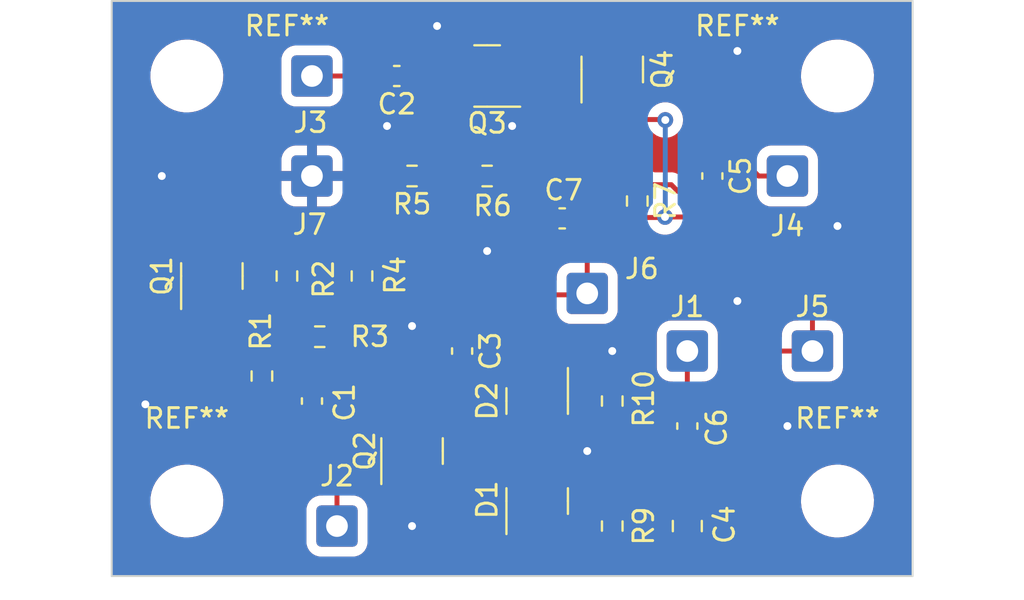
<source format=kicad_pcb>
(kicad_pcb (version 20221018) (generator pcbnew)
  (layers (0 "F.Cu" signal) (31 "B.Cu" signal) (34 "B.Paste" user) (35 "F.Paste" user) (36 "B.SilkS" user "B.Silkscreen") (37 "F.SilkS" user "F.Silkscreen") (38 "B.Mask" user) (39 "F.Mask" user) (44 "Edge.Cuts" user))
  (net 0 "")
  (net 1 "Net-(J2-Pin_1)")
  (net 2 "Net-(Q1-G)")
  (net 3 "Net-(Q3-D)")
  (net 4 "Net-(J3-Pin_1)")
  (net 5 "Net-(Q1-D)")
  (net 6 "Net-(C3-Pad2)")
  (net 7 "GNDD")
  (net 8 "Net-(J5-Pin_1)")
  (net 9 "Net-(J4-Pin_1)")
  (net 10 "Net-(Q3-S)")
  (net 11 "Net-(J1-Pin_1)")
  (net 12 "Net-(J6-Pin_1)")
  (net 14 "Net-(Q3-G)")
  (net 15 "Net-(Q2-D)")
  (footprint "Connector_Wire:SolderWire-0.5sqmm_1x01_D0.9mm_OD2.1mm" (layer "F.Cu") (at 49.53 90.17)
    (fp_text reference "J2" (at 0 -2.54) (layer "F.SilkS"))
    (fp_text value "Conn_01x01_Pin" hide)
    (pad "1" thru_hole roundrect (at 0 0) (size 2.1 2.1) (drill 1.1) (layers "*.Cu" "*.Mask") (roundrect_rratio 0.119048) (net 1 "Net-(J2-Pin_1)"))
  )
  (footprint "Resistor_SMD:R_0603_1608Metric" (layer "F.Cu") (at 46.99 77.47 -90)
    (fp_text reference "R2" (at 0.162187 -1.859153 90) (layer "F.SilkS"))
    (fp_text value "1k")
    (fp_line (start -0.237258 -0.5225) (end 0.237258 -0.5225) (stroke (width 0.12)) (layer "F.SilkS"))
    (fp_line (start -0.237258 0.5225) (end 0.237258 0.5225) (stroke (width 0.12)) (layer "F.SilkS"))
    (pad "1" smd roundrect (at -0.825 0 270) (size 0.8 0.95) (layers "F.Cu" "F.Paste" "F.Mask") (net 12 "Net-(J6-Pin_1)"))
    (pad "2" smd roundrect (at 0.825 0 270) (size 0.8 0.95) (layers "F.Cu" "F.Paste" "F.Mask") (net 5 "Net-(Q1-D)"))
  )
  (footprint "Resistor_SMD:R_0603_1608Metric" (layer "F.Cu") (at 57.15 72.39)
    (fp_text reference "R6" (at 0.278132 1.514275) (layer "F.SilkS"))
    (fp_text value "100k")
    (fp_line (start -0.237258 -0.5225) (end 0.237258 -0.5225) (stroke (width 0.12)) (layer "F.SilkS"))
    (fp_line (start -0.237258 0.5225) (end 0.237258 0.5225) (stroke (width 0.12)) (layer "F.SilkS"))
    (pad "1" smd roundrect (at -0.825 0) (size 0.8 0.95) (layers "F.Cu" "F.Paste" "F.Mask") (net 14 "Net-(Q3-G)"))
    (pad "2" smd roundrect (at 0.825 0) (size 0.8 0.95) (layers "F.Cu" "F.Paste" "F.Mask") (net 7 "GNDD"))
  )
  (footprint "MountingHole:MountingHole_3.2mm_M3" (layer "F.Cu") (at 41.91 88.9)
    (fp_text reference "REF**" (at 0 -4.2) (layer "F.SilkS"))
    (fp_text value "MountingHole_3.2mm_M3")
    (pad "" np_thru_hole circle (at 0 0) (size 3.2 3.2) (drill 3.2) (layers "*.Cu" "*.Mask"))
  )
  (footprint "Resistor_SMD:R_0603_1608Metric" (layer "F.Cu") (at 63.5 83.82 90)
    (fp_text reference "R10" (at 0.119888 1.59454 90) (layer "F.SilkS"))
    (fp_text value "10k")
    (fp_line (start -0.237258 -0.5225) (end 0.237258 -0.5225) (stroke (width 0.12)) (layer "F.SilkS"))
    (fp_line (start -0.237258 0.5225) (end 0.237258 0.5225) (stroke (width 0.12)) (layer "F.SilkS"))
    (pad "1" smd roundrect (at -0.825 0 90) (size 0.8 0.95) (layers "F.Cu" "F.Paste" "F.Mask") (net 7 "GNDD"))
    (pad "2" smd roundrect (at 0.825 0 90) (size 0.8 0.95) (layers "F.Cu" "F.Paste" "F.Mask") (net 11 "Net-(J1-Pin_1)"))
  )
  (footprint "Package_TO_SOT_SMD:SOT-23" (layer "F.Cu") (at 63.5 66.9775 90)
    (fp_text reference "Q4" (at 0 2.54 90) (layer "F.SilkS"))
    (fp_text value "2N7002")
    (fp_line (start 0 -1.56) (end -1.675 -1.56) (stroke (width 0.12)) (layer "F.SilkS"))
    (fp_line (start 0 -1.56) (end 0.65 -1.56) (stroke (width 0.12)) (layer "F.SilkS"))
    (fp_line (start 0 1.56) (end -0.65 1.56) (stroke (width 0.12)) (layer "F.SilkS"))
    (fp_line (start 0 1.56) (end 0.65 1.56) (stroke (width 0.12)) (layer "F.SilkS"))
    (pad "1" smd roundrect (at -0.9375 -0.95 90) (size 1.475 0.6) (layers "F.Cu" "F.Paste" "F.Mask") (net 8 "Net-(J5-Pin_1)"))
    (pad "2" smd roundrect (at -0.9375 0.95 90) (size 1.475 0.6) (layers "F.Cu" "F.Paste" "F.Mask") (net 7 "GNDD"))
    (pad "3" smd roundrect (at 0.9375 0 90) (size 1.475 0.6) (layers "F.Cu" "F.Paste" "F.Mask") (net 9 "Net-(J4-Pin_1)"))
  )
  (footprint "Resistor_SMD:R_0603_1608Metric" (layer "F.Cu") (at 48.655421 80.551701)
    (fp_text reference "R3" (at 2.54 0) (layer "F.SilkS"))
    (fp_text value "10k")
    (fp_line (start -0.237258 -0.5225) (end 0.237258 -0.5225) (stroke (width 0.12)) (layer "F.SilkS"))
    (fp_line (start -0.237258 0.5225) (end 0.237258 0.5225) (stroke (width 0.12)) (layer "F.SilkS"))
    (pad "1" smd roundrect (at -0.825 0) (size 0.8 0.95) (layers "F.Cu" "F.Paste" "F.Mask") (net 5 "Net-(Q1-D)"))
    (pad "2" smd roundrect (at 0.825 0) (size 0.8 0.95) (layers "F.Cu" "F.Paste" "F.Mask") (net 15 "Net-(Q2-D)"))
  )
  (footprint "Capacitor_SMD:C_0603_1608Metric" (layer "F.Cu") (at 48.26 83.82 90)
    (fp_text reference "C1" (at -0.070191 1.649861 90) (layer "F.SilkS"))
    (fp_text value "100n")
    (fp_line (start -0.14058 -0.51) (end 0.14058 -0.51) (stroke (width 0.12)) (layer "F.SilkS"))
    (fp_line (start -0.14058 0.51) (end 0.14058 0.51) (stroke (width 0.12)) (layer "F.SilkS"))
    (pad "1" smd roundrect (at -0.775 0 90) (size 0.9 0.95) (layers "F.Cu" "F.Paste" "F.Mask") (net 1 "Net-(J2-Pin_1)"))
    (pad "2" smd roundrect (at 0.775 0 90) (size 0.9 0.95) (layers "F.Cu" "F.Paste" "F.Mask") (net 2 "Net-(Q1-G)"))
  )
  (footprint "Resistor_SMD:R_0603_1608Metric" (layer "F.Cu") (at 53.34 72.39 180)
    (fp_text reference "R5" (at 0 -1.43) (layer "F.SilkS"))
    (fp_text value "100k")
    (fp_line (start -0.237258 -0.5225) (end 0.237258 -0.5225) (stroke (width 0.12)) (layer "F.SilkS"))
    (fp_line (start -0.237258 0.5225) (end 0.237258 0.5225) (stroke (width 0.12)) (layer "F.SilkS"))
    (pad "1" smd roundrect (at -0.825 0 180) (size 0.8 0.95) (layers "F.Cu" "F.Paste" "F.Mask") (net 14 "Net-(Q3-G)"))
    (pad "2" smd roundrect (at 0.825 0 180) (size 0.8 0.95) (layers "F.Cu" "F.Paste" "F.Mask") (net 12 "Net-(J6-Pin_1)"))
  )
  (footprint "Capacitor_SMD:C_0603_1608Metric" (layer "F.Cu") (at 68.58 72.39 -90)
    (fp_text reference "C5" (at 0 -1.43 90) (layer "F.SilkS"))
    (fp_text value "10n")
    (fp_line (start -0.14058 -0.51) (end 0.14058 -0.51) (stroke (width 0.12)) (layer "F.SilkS"))
    (fp_line (start -0.14058 0.51) (end 0.14058 0.51) (stroke (width 0.12)) (layer "F.SilkS"))
    (pad "1" smd roundrect (at -0.775 0 270) (size 0.9 0.95) (layers "F.Cu" "F.Paste" "F.Mask") (net 9 "Net-(J4-Pin_1)"))
    (pad "2" smd roundrect (at 0.775 0 270) (size 0.9 0.95) (layers "F.Cu" "F.Paste" "F.Mask") (net 10 "Net-(Q3-S)"))
  )
  (footprint "Resistor_SMD:R_0603_1608Metric" (layer "F.Cu") (at 63.5 90.17 -90)
    (fp_text reference "R9" (at -0.002251 -1.59454 90) (layer "F.SilkS"))
    (fp_text value "100k")
    (fp_line (start -0.237258 -0.5225) (end 0.237258 -0.5225) (stroke (width 0.12)) (layer "F.SilkS"))
    (fp_line (start -0.237258 0.5225) (end 0.237258 0.5225) (stroke (width 0.12)) (layer "F.SilkS"))
    (pad "1" smd roundrect (at -0.825 0 270) (size 0.8 0.95) (layers "F.Cu" "F.Paste" "F.Mask") (net 8 "Net-(J5-Pin_1)"))
    (pad "2" smd roundrect (at 0.825 0 270) (size 0.8 0.95) (layers "F.Cu" "F.Paste" "F.Mask") (net 7 "GNDD"))
  )
  (footprint "Capacitor_SMD:C_0603_1608Metric" (layer "F.Cu") (at 55.88 81.28 -90)
    (fp_text reference "C3" (at 0 -1.43 90) (layer "F.SilkS"))
    (fp_text value "100n")
    (fp_line (start -0.14058 -0.51) (end 0.14058 -0.51) (stroke (width 0.12)) (layer "F.SilkS"))
    (fp_line (start -0.14058 0.51) (end 0.14058 0.51) (stroke (width 0.12)) (layer "F.SilkS"))
    (pad "1" smd roundrect (at -0.775 0 270) (size 0.9 0.95) (layers "F.Cu" "F.Paste" "F.Mask") (net 15 "Net-(Q2-D)"))
    (pad "2" smd roundrect (at 0.775 0 270) (size 0.9 0.95) (layers "F.Cu" "F.Paste" "F.Mask") (net 6 "Net-(C3-Pad2)"))
  )
  (footprint "Package_TO_SOT_SMD:SOT-23" (layer "F.Cu") (at 59.69 83.82 -90)
    (fp_text reference "D2" (at 0 2.54 90) (layer "F.SilkS"))
    (fp_text value "BAT54A")
    (fp_line (start 0 -1.56) (end -1.675 -1.56) (stroke (width 0.12)) (layer "F.SilkS"))
    (fp_line (start 0 -1.56) (end 0.65 -1.56) (stroke (width 0.12)) (layer "F.SilkS"))
    (fp_line (start 0 1.56) (end -0.65 1.56) (stroke (width 0.12)) (layer "F.SilkS"))
    (fp_line (start 0 1.56) (end 0.65 1.56) (stroke (width 0.12)) (layer "F.SilkS"))
    (pad "1" smd roundrect (at -0.9375 -0.95 270) (size 1.475 0.6) (layers "F.Cu" "F.Paste" "F.Mask") (net 11 "Net-(J1-Pin_1)"))
    (pad "2" smd roundrect (at -0.9375 0.95 270) (size 1.475 0.6) (layers "F.Cu" "F.Paste" "F.Mask"))
    (pad "3" smd roundrect (at 0.9375 0 270) (size 1.475 0.6) (layers "F.Cu" "F.Paste" "F.Mask") (net 6 "Net-(C3-Pad2)"))
  )
  (footprint "Connector_Wire:SolderWire-0.5sqmm_1x01_D0.9mm_OD2.1mm" (layer "F.Cu") (at 48.26 67.31)
    (fp_text reference "J3" (at -0.074433 2.366324) (layer "F.SilkS"))
    (fp_text value "Conn_01x01_Pin" hide)
    (pad "1" thru_hole roundrect (at 0 0) (size 2.1 2.1) (drill 1.1) (layers "*.Cu" "*.Mask") (roundrect_rratio 0.119048) (net 4 "Net-(J3-Pin_1)"))
  )
  (footprint "Package_TO_SOT_SMD:SOT-23" (layer "F.Cu") (at 57.15 67.31 180)
    (fp_text reference "Q3" (at 0 -2.4) (layer "F.SilkS"))
    (fp_text value "2N7002")
    (fp_line (start 0 -1.56) (end -1.675 -1.56) (stroke (width 0.12)) (layer "F.SilkS"))
    (fp_line (start 0 -1.56) (end 0.65 -1.56) (stroke (width 0.12)) (layer "F.SilkS"))
    (fp_line (start 0 1.56) (end -0.65 1.56) (stroke (width 0.12)) (layer "F.SilkS"))
    (fp_line (start 0 1.56) (end 0.65 1.56) (stroke (width 0.12)) (layer "F.SilkS"))
    (pad "1" smd roundrect (at -0.9375 -0.95 180) (size 1.475 0.6) (layers "F.Cu" "F.Paste" "F.Mask") (net 14 "Net-(Q3-G)"))
    (pad "2" smd roundrect (at -0.9375 0.95 180) (size 1.475 0.6) (layers "F.Cu" "F.Paste" "F.Mask") (net 10 "Net-(Q3-S)"))
    (pad "3" smd roundrect (at 0.9375 0 180) (size 1.475 0.6) (layers "F.Cu" "F.Paste" "F.Mask") (net 3 "Net-(Q3-D)"))
  )
  (footprint "Connector_Wire:SolderWire-0.5sqmm_1x01_D0.9mm_OD2.1mm" (layer "F.Cu") (at 67.31 81.28)
    (fp_text reference "J1" (at 0 -2.25) (layer "F.SilkS"))
    (fp_text value "Conn_01x01_Pin" hide)
    (pad "1" thru_hole roundrect (at 0 0) (size 2.1 2.1) (drill 1.1) (layers "*.Cu" "*.Mask") (roundrect_rratio 0.119048) (net 11 "Net-(J1-Pin_1)"))
  )
  (footprint "Resistor_SMD:R_0603_1608Metric" (layer "F.Cu") (at 50.8 77.47 90)
    (fp_text reference "R4" (at 0.0394 1.677724 90) (layer "F.SilkS"))
    (fp_text value "1k")
    (fp_line (start -0.237258 -0.5225) (end 0.237258 -0.5225) (stroke (width 0.12)) (layer "F.SilkS"))
    (fp_line (start -0.237258 0.5225) (end 0.237258 0.5225) (stroke (width 0.12)) (layer "F.SilkS"))
    (pad "1" smd roundrect (at -0.825 0 90) (size 0.8 0.95) (layers "F.Cu" "F.Paste" "F.Mask") (net 15 "Net-(Q2-D)"))
    (pad "2" smd roundrect (at 0.825 0 90) (size 0.8 0.95) (layers "F.Cu" "F.Paste" "F.Mask") (net 12 "Net-(J6-Pin_1)"))
  )
  (footprint "Resistor_SMD:R_0603_1608Metric" (layer "F.Cu") (at 45.72 82.55 -90)
    (fp_text reference "R1" (at -2.277066 0.064444 90) (layer "F.SilkS"))
    (fp_text value "100k")
    (fp_line (start -0.237258 -0.5225) (end 0.237258 -0.5225) (stroke (width 0.12)) (layer "F.SilkS"))
    (fp_line (start -0.237258 0.5225) (end 0.237258 0.5225) (stroke (width 0.12)) (layer "F.SilkS"))
    (pad "1" smd roundrect (at -0.825 0 270) (size 0.8 0.95) (layers "F.Cu" "F.Paste" "F.Mask") (net 5 "Net-(Q1-D)"))
    (pad "2" smd roundrect (at 0.825 0 270) (size 0.8 0.95) (layers "F.Cu" "F.Paste" "F.Mask") (net 2 "Net-(Q1-G)"))
  )
  (footprint "Capacitor_SMD:C_0805_2012Metric" (layer "F.Cu") (at 67.31 90.17 90)
    (fp_text reference "C4" (at 0.070105 1.882938 90) (layer "F.SilkS"))
    (fp_text value "1u")
    (fp_line (start -0.261252 -0.735) (end 0.261252 -0.735) (stroke (width 0.12)) (layer "F.SilkS"))
    (fp_line (start -0.261252 0.735) (end 0.261252 0.735) (stroke (width 0.12)) (layer "F.SilkS"))
    (pad "1" smd roundrect (at -0.95 0 90) (size 1 1.45) (layers "F.Cu" "F.Paste" "F.Mask") (net 7 "GNDD"))
    (pad "2" smd roundrect (at 0.95 0 90) (size 1 1.45) (layers "F.Cu" "F.Paste" "F.Mask") (net 8 "Net-(J5-Pin_1)"))
  )
  (footprint "MountingHole:MountingHole_3.2mm_M3" (layer "F.Cu") (at 74.93 67.31)
    (fp_text reference "REF**" (at -5.08 -2.54) (layer "F.SilkS"))
    (fp_text value "MountingHole_3.2mm_M3")
    (pad "" np_thru_hole circle (at 0 0) (size 3.2 3.2) (drill 3.2) (layers "*.Cu" "*.Mask"))
  )
  (footprint "Capacitor_SMD:C_0603_1608Metric" (layer "F.Cu") (at 60.96 74.542685 180)
    (fp_text reference "C7" (at -0.071194 1.432305) (layer "F.SilkS"))
    (fp_text value "100n")
    (fp_line (start -0.14058 -0.51) (end 0.14058 -0.51) (stroke (width 0.12)) (layer "F.SilkS"))
    (fp_line (start -0.14058 0.51) (end 0.14058 0.51) (stroke (width 0.12)) (layer "F.SilkS"))
    (pad "1" smd roundrect (at -0.775 0 180) (size 0.9 0.95) (layers "F.Cu" "F.Paste" "F.Mask") (net 12 "Net-(J6-Pin_1)"))
    (pad "2" smd roundrect (at 0.775 0 180) (size 0.9 0.95) (layers "F.Cu" "F.Paste" "F.Mask") (net 7 "GNDD"))
  )
  (footprint "Capacitor_SMD:C_0603_1608Metric" (layer "F.Cu") (at 67.31 85.09 90)
    (fp_text reference "C6" (at -0.081477 1.48374 90) (layer "F.SilkS"))
    (fp_text value "10n")
    (fp_line (start -0.14058 -0.51) (end 0.14058 -0.51) (stroke (width 0.12)) (layer "F.SilkS"))
    (fp_line (start -0.14058 0.51) (end 0.14058 0.51) (stroke (width 0.12)) (layer "F.SilkS"))
    (pad "1" smd roundrect (at -0.775 0 90) (size 0.9 0.95) (layers "F.Cu" "F.Paste" "F.Mask") (net 7 "GNDD"))
    (pad "2" smd roundrect (at 0.775 0 90) (size 0.9 0.95) (layers "F.Cu" "F.Paste" "F.Mask") (net 11 "Net-(J1-Pin_1)"))
  )
  (footprint "MountingHole:MountingHole_3.2mm_M3" (layer "F.Cu") (at 74.93 88.9)
    (fp_text reference "REF**" (at 0 -4.2) (layer "F.SilkS"))
    (fp_text value "MountingHole_3.2mm_M3")
    (pad "" np_thru_hole circle (at 0 0) (size 3.2 3.2) (drill 3.2) (layers "*.Cu" "*.Mask"))
  )
  (footprint "Connector_Wire:SolderWire-0.5sqmm_1x01_D0.9mm_OD2.1mm" (layer "F.Cu") (at 62.23 78.352685)
    (fp_text reference "J6" (at 2.771195 -1.248389) (layer "F.SilkS"))
    (fp_text value "Conn_01x01_Pin" hide)
    (pad "1" thru_hole roundrect (at 0 0) (size 2.1 2.1) (drill 1.1) (layers "*.Cu" "*.Mask") (roundrect_rratio 0.119048) (net 12 "Net-(J6-Pin_1)"))
  )
  (footprint "Package_TO_SOT_SMD:SOT-23" (layer "F.Cu") (at 43.18 77.47 90)
    (fp_text reference "Q1" (at 0 -2.54 90) (layer "F.SilkS"))
    (fp_text value "2N7002")
    (fp_line (start 0 -1.56) (end -1.675 -1.56) (stroke (width 0.12)) (layer "F.SilkS"))
    (fp_line (start 0 -1.56) (end 0.65 -1.56) (stroke (width 0.12)) (layer "F.SilkS"))
    (fp_line (start 0 1.56) (end -0.65 1.56) (stroke (width 0.12)) (layer "F.SilkS"))
    (fp_line (start 0 1.56) (end 0.65 1.56) (stroke (width 0.12)) (layer "F.SilkS"))
    (pad "1" smd roundrect (at -0.9375 -0.95 90) (size 1.475 0.6) (layers "F.Cu" "F.Paste" "F.Mask") (net 2 "Net-(Q1-G)"))
    (pad "2" smd roundrect (at -0.9375 0.95 90) (size 1.475 0.6) (layers "F.Cu" "F.Paste" "F.Mask") (net 7 "GNDD"))
    (pad "3" smd roundrect (at 0.9375 0 90) (size 1.475 0.6) (layers "F.Cu" "F.Paste" "F.Mask") (net 5 "Net-(Q1-D)"))
  )
  (footprint "Connector_Wire:SolderWire-0.5sqmm_1x01_D0.9mm_OD2.1mm" (layer "F.Cu") (at 73.66 81.28)
    (fp_text reference "J5" (at 0 -2.25) (layer "F.SilkS"))
    (fp_text value "Conn_01x01_Pin" hide)
    (pad "1" thru_hole roundrect (at 0 0) (size 2.1 2.1) (drill 1.1) (layers "*.Cu" "*.Mask") (roundrect_rratio 0.119048) (net 8 "Net-(J5-Pin_1)"))
  )
  (footprint "Resistor_SMD:R_0603_1608Metric" (layer "F.Cu") (at 64.77 73.66 -90)
    (fp_text reference "R7" (at 0 -1.43 90) (layer "F.SilkS"))
    (fp_text value "100k")
    (fp_line (start -0.237258 -0.5225) (end 0.237258 -0.5225) (stroke (width 0.12)) (layer "F.SilkS"))
    (fp_line (start -0.237258 0.5225) (end 0.237258 0.5225) (stroke (width 0.12)) (layer "F.SilkS"))
    (pad "1" smd roundrect (at -0.825 0 270) (size 0.8 0.95) (layers "F.Cu" "F.Paste" "F.Mask") (net 10 "Net-(Q3-S)"))
    (pad "2" smd roundrect (at 0.825 0 270) (size 0.8 0.95) (layers "F.Cu" "F.Paste" "F.Mask") (net 8 "Net-(J5-Pin_1)"))
  )
  (footprint "Connector_Wire:SolderWire-0.5sqmm_1x01_D0.9mm_OD2.1mm" (layer "F.Cu") (at 72.39 72.39)
    (fp_text reference "J4" (at 0 2.54) (layer "F.SilkS"))
    (fp_text value "Conn_01x01_Pin" hide)
    (pad "1" thru_hole roundrect (at 0 0) (size 2.1 2.1) (drill 1.1) (layers "*.Cu" "*.Mask") (roundrect_rratio 0.119048) (net 9 "Net-(J4-Pin_1)"))
  )
  (footprint "Capacitor_SMD:C_0603_1608Metric" (layer "F.Cu") (at 52.565 67.31 180)
    (fp_text reference "C2" (at 0 -1.43) (layer "F.SilkS"))
    (fp_text value "10n")
    (fp_line (start -0.14058 -0.51) (end 0.14058 -0.51) (stroke (width 0.12)) (layer "F.SilkS"))
    (fp_line (start -0.14058 0.51) (end 0.14058 0.51) (stroke (width 0.12)) (layer "F.SilkS"))
    (pad "1" smd roundrect (at -0.775 0 180) (size 0.9 0.95) (layers "F.Cu" "F.Paste" "F.Mask") (net 3 "Net-(Q3-D)"))
    (pad "2" smd roundrect (at 0.775 0 180) (size 0.9 0.95) (layers "F.Cu" "F.Paste" "F.Mask") (net 4 "Net-(J3-Pin_1)"))
  )
  (footprint "Package_TO_SOT_SMD:SOT-23" (layer "F.Cu") (at 59.69 88.9 90)
    (fp_text reference "D1" (at 0.064392 -2.54 90) (layer "F.SilkS"))
    (fp_text value "BAT54S")
    (fp_line (start 0 -1.56) (end -1.675 -1.56) (stroke (width 0.12)) (layer "F.SilkS"))
    (fp_line (start 0 -1.56) (end 0.65 -1.56) (stroke (width 0.12)) (layer "F.SilkS"))
    (fp_line (start 0 1.56) (end -0.65 1.56) (stroke (width 0.12)) (layer "F.SilkS"))
    (fp_line (start 0 1.56) (end 0.65 1.56) (stroke (width 0.12)) (layer "F.SilkS"))
    (pad "1" smd roundrect (at -0.9375 -0.95 90) (size 1.475 0.6) (layers "F.Cu" "F.Paste" "F.Mask") (net 7 "GNDD"))
    (pad "2" smd roundrect (at -0.9375 0.95 90) (size 1.475 0.6) (layers "F.Cu" "F.Paste" "F.Mask") (net 8 "Net-(J5-Pin_1)"))
    (pad "3" smd roundrect (at 0.9375 0 90) (size 1.475 0.6) (layers "F.Cu" "F.Paste" "F.Mask") (net 6 "Net-(C3-Pad2)"))
  )
  (footprint "Package_TO_SOT_SMD:SOT-23" (layer "F.Cu") (at 53.34 86.36 90)
    (fp_text reference "Q2" (at 0 -2.4 90) (layer "F.SilkS"))
    (fp_text value "2N7002")
    (fp_line (start 0 -1.56) (end -1.675 -1.56) (stroke (width 0.12)) (layer "F.SilkS"))
    (fp_line (start 0 -1.56) (end 0.65 -1.56) (stroke (width 0.12)) (layer "F.SilkS"))
    (fp_line (start 0 1.56) (end -0.65 1.56) (stroke (width 0.12)) (layer "F.SilkS"))
    (fp_line (start 0 1.56) (end 0.65 1.56) (stroke (width 0.12)) (layer "F.SilkS"))
    (pad "1" smd roundrect (at -0.9375 -0.95 90) (size 1.475 0.6) (layers "F.Cu" "F.Paste" "F.Mask") (net 5 "Net-(Q1-D)"))
    (pad "2" smd roundrect (at -0.9375 0.95 90) (size 1.475 0.6) (layers "F.Cu" "F.Paste" "F.Mask") (net 7 "GNDD"))
    (pad "3" smd roundrect (at 0.9375 0 90) (size 1.475 0.6) (layers "F.Cu" "F.Paste" "F.Mask") (net 15 "Net-(Q2-D)"))
  )
  (footprint "Connector_Wire:SolderWire-0.5sqmm_1x01_D0.9mm_OD2.1mm" (layer "F.Cu") (at 48.26 72.39)
    (fp_text reference "J7" (at -0.120953 2.465567) (layer "F.SilkS"))
    (fp_text value "Conn_01x01_Pin")
    (pad "1" thru_hole roundrect (at 0 0) (size 2.1 2.1) (drill 1.1) (layers "*.Cu" "*.Mask") (roundrect_rratio 0.119048) (net 7 "GNDD"))
  )
  (footprint "MountingHole:MountingHole_3.2mm_M3" (layer "F.Cu") (at 41.91 67.31)
    (fp_text reference "REF**" (at 5.08 -2.54) (layer "F.SilkS"))
    (fp_text value "MountingHole_3.2mm_M3")
    (pad "" np_thru_hole circle (at 0 0) (size 3.2 3.2) (drill 3.2) (layers "*.Cu" "*.Mask"))
  )
  (gr_line (start 38.1 63.5) (end 78.74 63.5) (stroke (width 0.1)) (layer "Edge.Cuts"))
  (gr_line (start 78.74 63.5) (end 78.74 92.71) (stroke (width 0.1)) (layer "Edge.Cuts"))
  (gr_line (start 78.74 92.71) (end 38.1 92.71) (stroke (width 0.1)) (layer "Edge.Cuts"))
  (gr_line (start 38.1 92.71) (end 38.1 63.5) (stroke (width 0.1)) (layer "Edge.Cuts"))
  (segment (start 49.53 90.17) (end 49.53 85.865) (width 0.25) (layer "F.Cu") (net 1))
  (segment (start 49.53 85.865) (end 48.26 84.595) (width 0.25) (layer "F.Cu") (net 1))
  (segment (start 43.500472 83.365136) (end 45.710136 83.365136) (width 0.25) (layer "F.Cu") (net 2))
  (segment (start 42.23 78.4075) (end 42.23 82.094664) (width 0.25) (layer "F.Cu") (net 2))
  (segment (start 46.05 83.045) (end 48.26 83.045) (width 0.25) (layer "F.Cu") (net 2))
  (segment (start 42.23 82.094664) (end 43.500472 83.365136) (width 0.25) (layer "F.Cu") (net 2))
  (segment (start 45.72 83.375) (end 46.05 83.045) (width 0.25) (layer "F.Cu") (net 2))
  (segment (start 45.710136 83.365136) (end 45.72 83.375) (width 0.25) (layer "F.Cu") (net 2))
  (segment (start 53.34 67.31) (end 56.2125 67.31) (width 0.25) (layer "F.Cu") (net 3))
  (segment (start 51.79 67.31) (end 48.26 67.31) (width 0.25) (layer "F.Cu") (net 4))
  (segment (start 46.99 79.71128) (end 47.830421 80.551701) (width 0.25) (layer "F.Cu") (net 5))
  (segment (start 46.657122 81.725) (end 47.830421 80.551701) (width 0.25) (layer "F.Cu") (net 5))
  (segment (start 52.39 85.26372) (end 52.39 87.2975) (width 0.25) (layer "F.Cu") (net 5))
  (segment (start 45.72 81.725) (end 46.657122 81.725) (width 0.25) (layer "F.Cu") (net 5))
  (segment (start 43.18 76.5325) (end 45.2275 76.5325) (width 0.25) (layer "F.Cu") (net 5))
  (segment (start 47.830421 80.551701) (end 47.830421 80.704141) (width 0.25) (layer "F.Cu") (net 5))
  (segment (start 46.99 78.295) (end 46.99 79.71128) (width 0.25) (layer "F.Cu") (net 5))
  (segment (start 45.2275 76.5325) (end 46.99 78.295) (width 0.25) (layer "F.Cu") (net 5))
  (segment (start 47.830421 80.704141) (end 52.39 85.26372) (width 0.25) (layer "F.Cu") (net 5))
  (segment (start 57.725816 84.7575) (end 59.69 84.7575) (width 0.25) (layer "F.Cu") (net 6))
  (segment (start 59.69 87.9625) (end 59.69 84.7575) (width 0.25) (layer "F.Cu") (net 6))
  (segment (start 55.88 82.055) (end 55.88 82.911684) (width 0.25) (layer "F.Cu") (net 6))
  (segment (start 55.88 82.911684) (end 57.725816 84.7575) (width 0.25) (layer "F.Cu") (net 6))
  (via (at 58.42 69.85) (size 0.8) (drill 0.4) (layers "F.Cu" "B.Cu") (net 7))
  (via (at 63.5 81.28) (size 0.8) (drill 0.4) (layers "F.Cu" "B.Cu") (net 7))
  (via (at 62.23 86.36) (size 0.8) (drill 0.4) (layers "F.Cu" "B.Cu") (net 7))
  (via (at 72.39 85.09) (size 0.8) (drill 0.4) (layers "F.Cu" "B.Cu") (net 7))
  (via (at 74.93 74.93) (size 0.8) (drill 0.4) (layers "F.Cu" "B.Cu") (net 7))
  (via (at 40.64 72.39) (size 0.8) (drill 0.4) (layers "F.Cu" "B.Cu") (net 7))
  (via (at 69.85 66.04) (size 0.8) (drill 0.4) (layers "F.Cu" "B.Cu") (net 7))
  (via (at 53.34 90.17) (size 0.8) (drill 0.4) (layers "F.Cu" "B.Cu") (net 7))
  (via (at 52.07 69.85) (size 0.8) (drill 0.4) (layers "F.Cu" "B.Cu") (net 7))
  (via (at 57.15 76.2) (size 0.8) (drill 0.4) (layers "F.Cu" "B.Cu") (net 7))
  (via (at 69.85 78.74) (size 0.8) (drill 0.4) (layers "F.Cu" "B.Cu") (net 7))
  (via (at 53.34 80.01) (size 0.8) (drill 0.4) (layers "F.Cu" "B.Cu") (net 7))
  (via (at 39.805287 83.986277) (size 0.8) (drill 0.4) (layers "F.Cu" "B.Cu") (net 7))
  (via (at 54.61 64.77) (size 0.8) (drill 0.4) (layers "F.Cu" "B.Cu") (net 7))
  (segment (start 64.77 74.485) (end 64.782982 74.497982) (width 0.25) (layer "F.Cu") (net 8))
  (segment (start 69.083207 89.22) (end 67.31 89.22) (width 0.25) (layer "F.Cu") (net 8))
  (segment (start 71.239816 81.28) (end 69.85 82.669816) (width 0.25) (layer "F.Cu") (net 8))
  (segment (start 69.092282 89.229075) (end 69.083207 89.22) (width 0.25) (layer "F.Cu") (net 8))
  (segment (start 73.66 81.28) (end 71.239816 81.28) (width 0.25) (layer "F.Cu") (net 8))
  (segment (start 63.5 89.345) (end 67.185 89.345) (width 0.25) (layer "F.Cu") (net 8))
  (segment (start 62.55 68.999585) (end 63.071367 69.520952) (width 0.25) (layer "F.Cu") (net 8))
  (segment (start 64.782982 74.497982) (end 66.02868 74.497982) (width 0.25) (layer "F.Cu") (net 8))
  (segment (start 66.167861 69.520952) (end 66.191529 69.54462) (width 0.25) (layer "F.Cu") (net 8))
  (segment (start 62.55 67.915) (end 62.55 68.999585) (width 0.25) (layer "F.Cu") (net 8))
  (segment (start 66.02868 74.497982) (end 66.177958 74.470841) (width 0.25) (layer "F.Cu") (net 8))
  (segment (start 69.85 88.471357) (end 69.092282 89.229075) (width 0.25) (layer "F.Cu") (net 8))
  (segment (start 63.071367 69.520952) (end 66.167861 69.520952) (width 0.25) (layer "F.Cu") (net 8))
  (segment (start 60.64 89.8375) (end 61.550345 89.8375) (width 0.25) (layer "F.Cu") (net 8))
  (segment (start 66.082962 74.497982) (end 66.055821 74.497982) (width 0.25) (layer "F.Cu") (net 8))
  (segment (start 69.85 82.669816) (end 69.85 88.471357) (width 0.25) (layer "F.Cu") (net 8))
  (segment (start 67.185 89.345) (end 67.31 89.22) (width 0.25) (layer "F.Cu") (net 8))
  (segment (start 73.66 81.28) (end 73.66 78.74) (width 0.25) (layer "F.Cu") (net 8))
  (segment (start 73.66 78.74) (end 69.390841 74.470841) (width 0.25) (layer "F.Cu") (net 8))
  (segment (start 69.390841 74.470841) (end 66.177958 74.470841) (width 0.25) (layer "F.Cu") (net 8))
  (segment (start 66.177958 74.470841) (end 66.082962 74.497982) (width 0.25) (layer "F.Cu") (net 8))
  (segment (start 62.042845 89.345) (end 63.5 89.345) (width 0.25) (layer "F.Cu") (net 8))
  (segment (start 61.550345 89.8375) (end 62.042845 89.345) (width 0.25) (layer "F.Cu") (net 8))
  (via (at 66.191529 69.54462) (size 0.8) (drill 0.4) (layers "F.Cu" "B.Cu") (net 8))
  (via (at 66.177958 74.470841) (size 0.8) (drill 0.4) (layers "F.Cu" "B.Cu") (net 8))
  (segment (start 66.191529 69.54462) (end 66.191529 74.45727) (width 0.25) (layer "B.Cu") (net 8))
  (segment (start 66.191529 74.45727) (end 66.177958 74.470841) (width 0.25) (layer "B.Cu") (net 8))
  (segment (start 70.92922 72.39) (end 70.154219 71.614999) (width 0.25) (layer "F.Cu") (net 9))
  (segment (start 70.154219 71.614999) (end 68.58 71.615) (width 0.25) (layer "F.Cu") (net 9))
  (segment (start 68.58 68.099402) (end 68.58 71.615) (width 0.25) (layer "F.Cu") (net 9))
  (segment (start 63.5 66.04) (end 66.520598 66.04) (width 0.25) (layer "F.Cu") (net 9))
  (segment (start 66.520598 66.04) (end 68.58 68.099402) (width 0.25) (layer "F.Cu") (net 9))
  (segment (start 72.39 72.39) (end 70.92922 72.39) (width 0.25) (layer "F.Cu") (net 9))
  (segment (start 66.495749 72.831041) (end 66.829708 73.165) (width 0.25) (layer "F.Cu") (net 10))
  (segment (start 62.792637 72.835) (end 64.77 72.835) (width 0.25) (layer "F.Cu") (net 10))
  (segment (start 64.773959 72.831041) (end 66.495749 72.831041) (width 0.25) (layer "F.Cu") (net 10))
  (segment (start 64.77 72.835) (end 64.773959 72.831041) (width 0.25) (layer "F.Cu") (net 10))
  (segment (start 60.412665 70.455028) (end 62.792637 72.835) (width 0.25) (layer "F.Cu") (net 10))
  (segment (start 59.316796 66.36) (end 60.412665 67.455869) (width 0.25) (layer "F.Cu") (net 10))
  (segment (start 66.829708 73.165) (end 68.58 73.165) (width 0.25) (layer "F.Cu") (net 10))
  (segment (start 60.412665 67.455869) (end 60.412665 70.455028) (width 0.25) (layer "F.Cu") (net 10))
  (segment (start 58.0875 66.36) (end 59.316796 66.36) (width 0.25) (layer "F.Cu") (net 10))
  (segment (start 66.021069 84.315) (end 67.31 84.315) (width 0.25) (layer "F.Cu") (net 11))
  (segment (start 64.693647 82.995) (end 66.017358 84.318711) (width 0.25) (layer "F.Cu") (net 11))
  (segment (start 60.7525 82.995) (end 63.5 82.995) (width 0.25) (layer "F.Cu") (net 11))
  (segment (start 63.5 82.995) (end 64.693647 82.995) (width 0.25) (layer "F.Cu") (net 11))
  (segment (start 60.64 82.8825) (end 60.7525 82.995) (width 0.25) (layer "F.Cu") (net 11))
  (segment (start 66.017358 84.318711) (end 66.021069 84.315) (width 0.25) (layer "F.Cu") (net 11))
  (segment (start 67.31 81.28) (end 67.31 84.315) (width 0.25) (layer "F.Cu") (net 11))
  (segment (start 54.89215 76.645) (end 56.673883 78.426733) (width 0.25) (layer "F.Cu") (net 12))
  (segment (start 61.735 76.092314) (end 61.735 74.542685) (width 0.25) (layer "F.Cu") (net 12))
  (segment (start 56.673883 78.426733) (end 62.155952 78.426733) (width 0.25) (layer "F.Cu") (net 12))
  (segment (start 62.23 76.587314) (end 61.735 76.092314) (width 0.25) (layer "F.Cu") (net 12))
  (segment (start 50.8 76.645) (end 54.89215 76.645) (width 0.25) (layer "F.Cu") (net 12))
  (segment (start 52.515 74.281437) (end 52.515 72.39) (width 0.25) (layer "F.Cu") (net 12))
  (segment (start 50.8 76.645) (end 50.8 75.996437) (width 0.25) (layer "F.Cu") (net 12))
  (segment (start 62.155952 78.426733) (end 62.23 78.352685) (width 0.25) (layer "F.Cu") (net 12))
  (segment (start 50.8 76.645) (end 46.99 76.645) (width 0.25) (layer "F.Cu") (net 12))
  (segment (start 62.23 78.352685) (end 62.23 76.587314) (width 0.25) (layer "F.Cu") (net 12))
  (segment (start 50.8 75.996437) (end 52.515 74.281437) (width 0.25) (layer "F.Cu") (net 12))
  (segment (start 58.0875 69.157195) (end 56.325 70.919695) (width 0.25) (layer "F.Cu") (net 14))
  (segment (start 58.0875 68.26) (end 58.0875 69.157195) (width 0.25) (layer "F.Cu") (net 14))
  (segment (start 56.325 70.919695) (end 56.325 72.39) (width 0.25) (layer "F.Cu") (net 14))
  (segment (start 54.165 72.39) (end 56.325 72.39) (width 0.25) (layer "F.Cu") (net 14))
  (segment (start 50.8 79.232122) (end 50.8 78.295) (width 0.25) (layer "F.Cu") (net 15))
  (segment (start 53.660514 78.295) (end 50.8 78.295) (width 0.25) (layer "F.Cu") (net 15))
  (segment (start 55.88 80.505) (end 55.870514 80.505) (width 0.25) (layer "F.Cu") (net 15))
  (segment (start 49.480421 80.551701) (end 50.8 79.232122) (width 0.25) (layer "F.Cu") (net 15))
  (segment (start 53.34 85.4225) (end 53.34 83.045) (width 0.25) (layer "F.Cu") (net 15))
  (segment (start 53.34 83.045) (end 55.88 80.505) (width 0.25) (layer "F.Cu") (net 15))
  (segment (start 55.870514 80.505) (end 53.660514 78.295) (width 0.25) (layer "F.Cu") (net 15))
  (zone (net 7) (net_name "GNDD") (layers "F&B.Cu") (priority 1) (connect_pads (clearance 0.5)) (min_thickness 0.25) (fill yes (thermal_gap 0.5) (thermal_bridge_width 0.5))
    (polygon (pts (xy 38.1 63.5) (xy 38.1 92.71) (xy 78.74 92.71) (xy 78.74 63.5)))
  )
)
</source>
